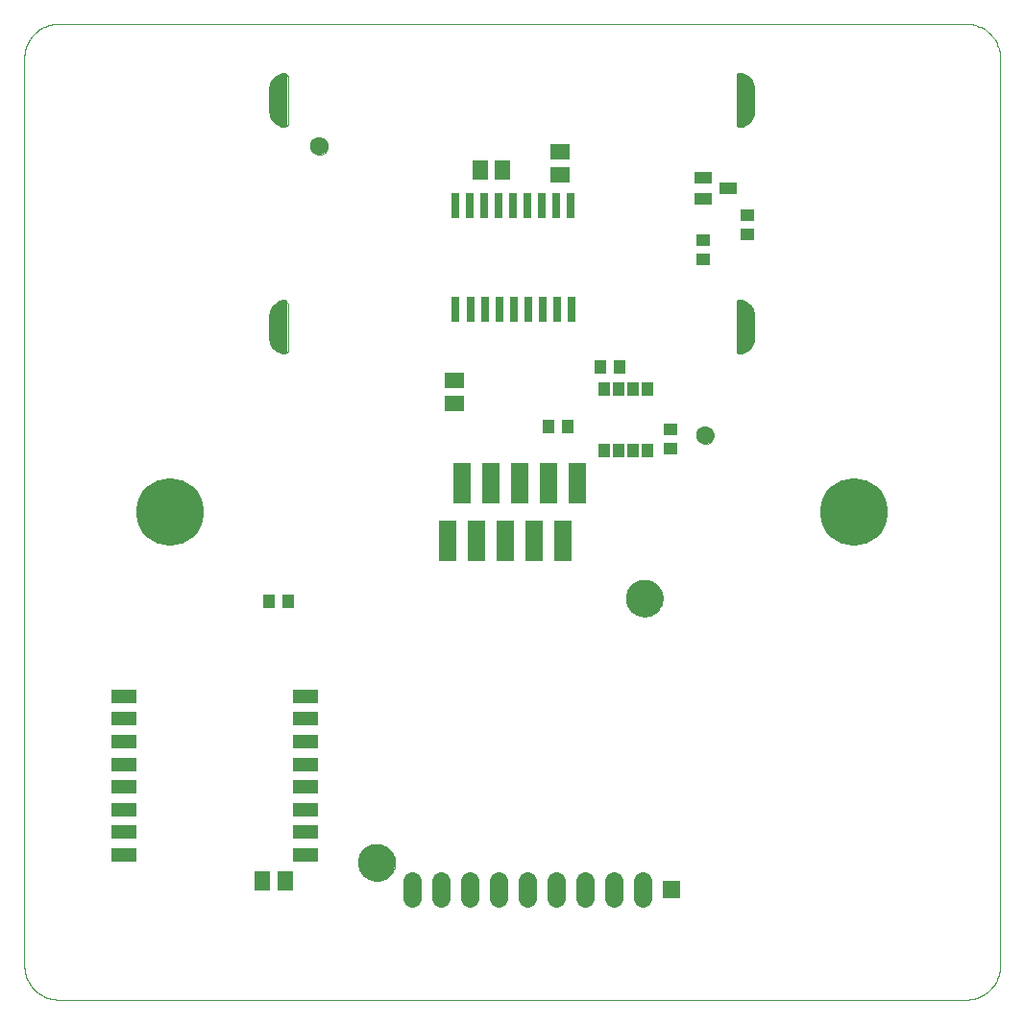
<source format=gbs>
G75*
%MOIN*%
%OFA0B0*%
%FSLAX24Y24*%
%IPPOS*%
%LPD*%
%AMOC8*
5,1,8,0,0,1.08239X$1,22.5*
%
%ADD10C,0.0000*%
%ADD11C,0.0120*%
%ADD12R,0.0900X0.0460*%
%ADD13C,0.0631*%
%ADD14R,0.0552X0.0670*%
%ADD15R,0.0670X0.0552*%
%ADD16R,0.0473X0.0434*%
%ADD17C,0.2340*%
%ADD18R,0.0591X0.0434*%
%ADD19R,0.0276X0.0906*%
%ADD20C,0.1300*%
%ADD21R,0.0634X0.0634*%
%ADD22C,0.0634*%
%ADD23R,0.0434X0.0473*%
%ADD24R,0.0631X0.1449*%
%ADD25R,0.0400X0.0490*%
D10*
X000554Y001735D02*
X000554Y033231D01*
X000556Y033297D01*
X000561Y033363D01*
X000571Y033429D01*
X000584Y033494D01*
X000600Y033558D01*
X000620Y033621D01*
X000644Y033683D01*
X000671Y033743D01*
X000701Y033802D01*
X000735Y033859D01*
X000772Y033914D01*
X000812Y033967D01*
X000854Y034018D01*
X000900Y034066D01*
X000948Y034112D01*
X000999Y034154D01*
X001052Y034194D01*
X001107Y034231D01*
X001164Y034265D01*
X001223Y034295D01*
X001283Y034322D01*
X001345Y034346D01*
X001408Y034366D01*
X001472Y034382D01*
X001537Y034395D01*
X001603Y034405D01*
X001669Y034410D01*
X001735Y034412D01*
X033231Y034412D01*
X033297Y034410D01*
X033363Y034405D01*
X033429Y034395D01*
X033494Y034382D01*
X033558Y034366D01*
X033621Y034346D01*
X033683Y034322D01*
X033743Y034295D01*
X033802Y034265D01*
X033859Y034231D01*
X033914Y034194D01*
X033967Y034154D01*
X034018Y034112D01*
X034066Y034066D01*
X034112Y034018D01*
X034154Y033967D01*
X034194Y033914D01*
X034231Y033859D01*
X034265Y033802D01*
X034295Y033743D01*
X034322Y033683D01*
X034346Y033621D01*
X034366Y033558D01*
X034382Y033494D01*
X034395Y033429D01*
X034405Y033363D01*
X034410Y033297D01*
X034412Y033231D01*
X034412Y001735D01*
X034410Y001669D01*
X034405Y001603D01*
X034395Y001537D01*
X034382Y001472D01*
X034366Y001408D01*
X034346Y001345D01*
X034322Y001283D01*
X034295Y001223D01*
X034265Y001164D01*
X034231Y001107D01*
X034194Y001052D01*
X034154Y000999D01*
X034112Y000948D01*
X034066Y000900D01*
X034018Y000854D01*
X033967Y000812D01*
X033914Y000772D01*
X033859Y000735D01*
X033802Y000701D01*
X033743Y000671D01*
X033683Y000644D01*
X033621Y000620D01*
X033558Y000600D01*
X033494Y000584D01*
X033429Y000571D01*
X033363Y000561D01*
X033297Y000556D01*
X033231Y000554D01*
X001735Y000554D01*
X001669Y000556D01*
X001603Y000561D01*
X001537Y000571D01*
X001472Y000584D01*
X001408Y000600D01*
X001345Y000620D01*
X001283Y000644D01*
X001223Y000671D01*
X001164Y000701D01*
X001107Y000735D01*
X001052Y000772D01*
X000999Y000812D01*
X000948Y000854D01*
X000900Y000900D01*
X000854Y000948D01*
X000812Y000999D01*
X000772Y001052D01*
X000735Y001107D01*
X000701Y001164D01*
X000671Y001223D01*
X000644Y001283D01*
X000620Y001345D01*
X000600Y001408D01*
X000584Y001472D01*
X000571Y001537D01*
X000561Y001603D01*
X000556Y001669D01*
X000554Y001735D01*
X012156Y005310D02*
X012158Y005360D01*
X012164Y005410D01*
X012174Y005459D01*
X012188Y005507D01*
X012205Y005554D01*
X012226Y005599D01*
X012251Y005643D01*
X012279Y005684D01*
X012311Y005723D01*
X012345Y005760D01*
X012382Y005794D01*
X012422Y005824D01*
X012464Y005851D01*
X012508Y005875D01*
X012554Y005896D01*
X012601Y005912D01*
X012649Y005925D01*
X012699Y005934D01*
X012748Y005939D01*
X012799Y005940D01*
X012849Y005937D01*
X012898Y005930D01*
X012947Y005919D01*
X012995Y005904D01*
X013041Y005886D01*
X013086Y005864D01*
X013129Y005838D01*
X013170Y005809D01*
X013209Y005777D01*
X013245Y005742D01*
X013277Y005704D01*
X013307Y005664D01*
X013334Y005621D01*
X013357Y005577D01*
X013376Y005531D01*
X013392Y005483D01*
X013404Y005434D01*
X013412Y005385D01*
X013416Y005335D01*
X013416Y005285D01*
X013412Y005235D01*
X013404Y005186D01*
X013392Y005137D01*
X013376Y005089D01*
X013357Y005043D01*
X013334Y004999D01*
X013307Y004956D01*
X013277Y004916D01*
X013245Y004878D01*
X013209Y004843D01*
X013170Y004811D01*
X013129Y004782D01*
X013086Y004756D01*
X013041Y004734D01*
X012995Y004716D01*
X012947Y004701D01*
X012898Y004690D01*
X012849Y004683D01*
X012799Y004680D01*
X012748Y004681D01*
X012699Y004686D01*
X012649Y004695D01*
X012601Y004708D01*
X012554Y004724D01*
X012508Y004745D01*
X012464Y004769D01*
X012422Y004796D01*
X012382Y004826D01*
X012345Y004860D01*
X012311Y004897D01*
X012279Y004936D01*
X012251Y004977D01*
X012226Y005021D01*
X012205Y005066D01*
X012188Y005113D01*
X012174Y005161D01*
X012164Y005210D01*
X012158Y005260D01*
X012156Y005310D01*
X021439Y014483D02*
X021441Y014533D01*
X021447Y014583D01*
X021457Y014632D01*
X021471Y014680D01*
X021488Y014727D01*
X021509Y014772D01*
X021534Y014816D01*
X021562Y014857D01*
X021594Y014896D01*
X021628Y014933D01*
X021665Y014967D01*
X021705Y014997D01*
X021747Y015024D01*
X021791Y015048D01*
X021837Y015069D01*
X021884Y015085D01*
X021932Y015098D01*
X021982Y015107D01*
X022031Y015112D01*
X022082Y015113D01*
X022132Y015110D01*
X022181Y015103D01*
X022230Y015092D01*
X022278Y015077D01*
X022324Y015059D01*
X022369Y015037D01*
X022412Y015011D01*
X022453Y014982D01*
X022492Y014950D01*
X022528Y014915D01*
X022560Y014877D01*
X022590Y014837D01*
X022617Y014794D01*
X022640Y014750D01*
X022659Y014704D01*
X022675Y014656D01*
X022687Y014607D01*
X022695Y014558D01*
X022699Y014508D01*
X022699Y014458D01*
X022695Y014408D01*
X022687Y014359D01*
X022675Y014310D01*
X022659Y014262D01*
X022640Y014216D01*
X022617Y014172D01*
X022590Y014129D01*
X022560Y014089D01*
X022528Y014051D01*
X022492Y014016D01*
X022453Y013984D01*
X022412Y013955D01*
X022369Y013929D01*
X022324Y013907D01*
X022278Y013889D01*
X022230Y013874D01*
X022181Y013863D01*
X022132Y013856D01*
X022082Y013853D01*
X022031Y013854D01*
X021982Y013859D01*
X021932Y013868D01*
X021884Y013881D01*
X021837Y013897D01*
X021791Y013918D01*
X021747Y013942D01*
X021705Y013969D01*
X021665Y013999D01*
X021628Y014033D01*
X021594Y014070D01*
X021562Y014109D01*
X021534Y014150D01*
X021509Y014194D01*
X021488Y014239D01*
X021471Y014286D01*
X021457Y014334D01*
X021447Y014383D01*
X021441Y014433D01*
X021439Y014483D01*
X023881Y020132D02*
X023883Y020166D01*
X023889Y020200D01*
X023899Y020233D01*
X023912Y020264D01*
X023930Y020294D01*
X023950Y020322D01*
X023974Y020347D01*
X024000Y020369D01*
X024028Y020387D01*
X024059Y020403D01*
X024091Y020415D01*
X024125Y020423D01*
X024159Y020427D01*
X024193Y020427D01*
X024227Y020423D01*
X024261Y020415D01*
X024293Y020403D01*
X024323Y020387D01*
X024352Y020369D01*
X024378Y020347D01*
X024402Y020322D01*
X024422Y020294D01*
X024440Y020264D01*
X024453Y020233D01*
X024463Y020200D01*
X024469Y020166D01*
X024471Y020132D01*
X024469Y020098D01*
X024463Y020064D01*
X024453Y020031D01*
X024440Y020000D01*
X024422Y019970D01*
X024402Y019942D01*
X024378Y019917D01*
X024352Y019895D01*
X024324Y019877D01*
X024293Y019861D01*
X024261Y019849D01*
X024227Y019841D01*
X024193Y019837D01*
X024159Y019837D01*
X024125Y019841D01*
X024091Y019849D01*
X024059Y019861D01*
X024028Y019877D01*
X024000Y019895D01*
X023974Y019917D01*
X023950Y019942D01*
X023930Y019970D01*
X023912Y020000D01*
X023899Y020031D01*
X023889Y020064D01*
X023883Y020098D01*
X023881Y020132D01*
X025258Y023093D02*
X025258Y024668D01*
X025259Y024668D02*
X025260Y024685D01*
X025265Y024702D01*
X025272Y024717D01*
X025282Y024731D01*
X025294Y024743D01*
X025308Y024753D01*
X025323Y024760D01*
X025340Y024765D01*
X025357Y024766D01*
X025374Y024765D01*
X025391Y024760D01*
X025406Y024753D01*
X025420Y024743D01*
X025432Y024731D01*
X025442Y024717D01*
X025449Y024702D01*
X025454Y024685D01*
X025455Y024668D01*
X025455Y023093D01*
X025454Y023076D01*
X025449Y023059D01*
X025442Y023044D01*
X025432Y023030D01*
X025420Y023018D01*
X025406Y023008D01*
X025391Y023001D01*
X025374Y022996D01*
X025357Y022995D01*
X025340Y022996D01*
X025323Y023001D01*
X025308Y023008D01*
X025294Y023018D01*
X025282Y023030D01*
X025272Y023044D01*
X025265Y023059D01*
X025260Y023076D01*
X025259Y023093D01*
X025258Y030967D02*
X025258Y032542D01*
X025259Y032542D02*
X025260Y032559D01*
X025265Y032576D01*
X025272Y032591D01*
X025282Y032605D01*
X025294Y032617D01*
X025308Y032627D01*
X025323Y032634D01*
X025340Y032639D01*
X025357Y032640D01*
X025374Y032639D01*
X025391Y032634D01*
X025406Y032627D01*
X025420Y032617D01*
X025432Y032605D01*
X025442Y032591D01*
X025449Y032576D01*
X025454Y032559D01*
X025455Y032542D01*
X025455Y030967D01*
X025454Y030950D01*
X025449Y030933D01*
X025442Y030918D01*
X025432Y030904D01*
X025420Y030892D01*
X025406Y030882D01*
X025391Y030875D01*
X025374Y030870D01*
X025357Y030869D01*
X025340Y030870D01*
X025323Y030875D01*
X025308Y030882D01*
X025294Y030892D01*
X025282Y030904D01*
X025272Y030918D01*
X025265Y030933D01*
X025260Y030950D01*
X025259Y030967D01*
X010495Y030172D02*
X010497Y030206D01*
X010503Y030240D01*
X010513Y030273D01*
X010526Y030304D01*
X010544Y030334D01*
X010564Y030362D01*
X010588Y030387D01*
X010614Y030409D01*
X010642Y030427D01*
X010673Y030443D01*
X010705Y030455D01*
X010739Y030463D01*
X010773Y030467D01*
X010807Y030467D01*
X010841Y030463D01*
X010875Y030455D01*
X010907Y030443D01*
X010937Y030427D01*
X010966Y030409D01*
X010992Y030387D01*
X011016Y030362D01*
X011036Y030334D01*
X011054Y030304D01*
X011067Y030273D01*
X011077Y030240D01*
X011083Y030206D01*
X011085Y030172D01*
X011083Y030138D01*
X011077Y030104D01*
X011067Y030071D01*
X011054Y030040D01*
X011036Y030010D01*
X011016Y029982D01*
X010992Y029957D01*
X010966Y029935D01*
X010938Y029917D01*
X010907Y029901D01*
X010875Y029889D01*
X010841Y029881D01*
X010807Y029877D01*
X010773Y029877D01*
X010739Y029881D01*
X010705Y029889D01*
X010673Y029901D01*
X010642Y029917D01*
X010614Y029935D01*
X010588Y029957D01*
X010564Y029982D01*
X010544Y030010D01*
X010526Y030040D01*
X010513Y030071D01*
X010503Y030104D01*
X010497Y030138D01*
X010495Y030172D01*
X009707Y030967D02*
X009707Y032542D01*
X009609Y032640D02*
X009592Y032639D01*
X009575Y032634D01*
X009560Y032627D01*
X009546Y032617D01*
X009534Y032605D01*
X009524Y032591D01*
X009517Y032576D01*
X009512Y032559D01*
X009511Y032542D01*
X009510Y032542D02*
X009510Y030967D01*
X009609Y030869D02*
X009626Y030870D01*
X009643Y030875D01*
X009658Y030882D01*
X009672Y030892D01*
X009684Y030904D01*
X009694Y030918D01*
X009701Y030933D01*
X009706Y030950D01*
X009707Y030967D01*
X009609Y030869D02*
X009592Y030870D01*
X009575Y030875D01*
X009560Y030882D01*
X009546Y030892D01*
X009534Y030904D01*
X009524Y030918D01*
X009517Y030933D01*
X009512Y030950D01*
X009511Y030967D01*
X009707Y032542D02*
X009706Y032559D01*
X009701Y032576D01*
X009694Y032591D01*
X009684Y032605D01*
X009672Y032617D01*
X009658Y032627D01*
X009643Y032634D01*
X009626Y032639D01*
X009609Y032640D01*
X009609Y024766D02*
X009592Y024765D01*
X009575Y024760D01*
X009560Y024753D01*
X009546Y024743D01*
X009534Y024731D01*
X009524Y024717D01*
X009517Y024702D01*
X009512Y024685D01*
X009511Y024668D01*
X009510Y024668D02*
X009510Y023093D01*
X009609Y022995D02*
X009626Y022996D01*
X009643Y023001D01*
X009658Y023008D01*
X009672Y023018D01*
X009684Y023030D01*
X009694Y023044D01*
X009701Y023059D01*
X009706Y023076D01*
X009707Y023093D01*
X009707Y024668D01*
X009706Y024685D01*
X009701Y024702D01*
X009694Y024717D01*
X009684Y024731D01*
X009672Y024743D01*
X009658Y024753D01*
X009643Y024760D01*
X009626Y024765D01*
X009609Y024766D01*
X009511Y023093D02*
X009512Y023076D01*
X009517Y023059D01*
X009524Y023044D01*
X009534Y023030D01*
X009546Y023018D01*
X009560Y023008D01*
X009575Y023001D01*
X009592Y022996D01*
X009609Y022995D01*
D11*
X009609Y024766D01*
X009523Y024759D01*
X009441Y024737D01*
X009363Y024700D01*
X009292Y024651D01*
X009232Y024591D01*
X009183Y024520D01*
X009146Y024442D01*
X009124Y024360D01*
X009117Y024274D01*
X009117Y023487D01*
X009124Y023401D01*
X009146Y023318D01*
X009183Y023241D01*
X009232Y023170D01*
X009292Y023110D01*
X009363Y023061D01*
X009441Y023024D01*
X009523Y023002D01*
X009609Y022995D01*
X009609Y023069D02*
X009351Y023069D01*
X009220Y023187D02*
X009609Y023187D01*
X009609Y023306D02*
X009152Y023306D01*
X009122Y023424D02*
X009609Y023424D01*
X009609Y023543D02*
X009117Y023543D01*
X009117Y023661D02*
X009609Y023661D01*
X009609Y023780D02*
X009117Y023780D01*
X009117Y023898D02*
X009609Y023898D01*
X009609Y024017D02*
X009117Y024017D01*
X009117Y024135D02*
X009609Y024135D01*
X009609Y024254D02*
X009117Y024254D01*
X009128Y024372D02*
X009609Y024372D01*
X009609Y024491D02*
X009169Y024491D01*
X009251Y024609D02*
X009609Y024609D01*
X009609Y024728D02*
X009421Y024728D01*
X009609Y030869D02*
X009609Y032640D01*
X009523Y032633D01*
X009441Y032611D01*
X009363Y032574D01*
X009292Y032525D01*
X009232Y032465D01*
X009183Y032394D01*
X009146Y032317D01*
X009124Y032234D01*
X009117Y032148D01*
X009117Y031361D01*
X009124Y031275D01*
X009146Y031192D01*
X009183Y031115D01*
X009232Y031044D01*
X009292Y030984D01*
X009363Y030935D01*
X009441Y030898D01*
X009523Y030876D01*
X009609Y030869D01*
X009609Y030890D02*
X009473Y030890D01*
X009609Y031008D02*
X009268Y031008D01*
X009177Y031127D02*
X009609Y031127D01*
X009609Y031245D02*
X009132Y031245D01*
X009117Y031364D02*
X009609Y031364D01*
X009609Y031482D02*
X009117Y031482D01*
X009117Y031601D02*
X009609Y031601D01*
X009609Y031719D02*
X009117Y031719D01*
X009117Y031838D02*
X009609Y031838D01*
X009609Y031956D02*
X009117Y031956D01*
X009117Y032075D02*
X009609Y032075D01*
X009609Y032193D02*
X009121Y032193D01*
X009145Y032312D02*
X009609Y032312D01*
X009609Y032430D02*
X009208Y032430D01*
X009326Y032549D02*
X009609Y032549D01*
X025357Y032549D02*
X025639Y032549D01*
X025673Y032525D02*
X025734Y032465D01*
X025783Y032394D01*
X025819Y032317D01*
X025841Y032234D01*
X025849Y032148D01*
X025849Y031361D01*
X025841Y031275D01*
X025819Y031192D01*
X025783Y031115D01*
X025734Y031044D01*
X025673Y030984D01*
X025603Y030935D01*
X025525Y030898D01*
X025442Y030876D01*
X025357Y030869D01*
X025357Y032640D01*
X025442Y032633D01*
X025525Y032611D01*
X025603Y032574D01*
X025673Y032525D01*
X025758Y032430D02*
X025357Y032430D01*
X025357Y032312D02*
X025821Y032312D01*
X025845Y032193D02*
X025357Y032193D01*
X025357Y032075D02*
X025849Y032075D01*
X025849Y031956D02*
X025357Y031956D01*
X025357Y031838D02*
X025849Y031838D01*
X025849Y031719D02*
X025357Y031719D01*
X025357Y031601D02*
X025849Y031601D01*
X025849Y031482D02*
X025357Y031482D01*
X025357Y031364D02*
X025849Y031364D01*
X025833Y031245D02*
X025357Y031245D01*
X025357Y031127D02*
X025789Y031127D01*
X025698Y031008D02*
X025357Y031008D01*
X025357Y030890D02*
X025493Y030890D01*
X025357Y024766D02*
X025357Y022995D01*
X025442Y023002D01*
X025525Y023024D01*
X025603Y023061D01*
X025673Y023110D01*
X025734Y023170D01*
X025783Y023241D01*
X025819Y023318D01*
X025841Y023401D01*
X025849Y023487D01*
X025849Y024274D01*
X025841Y024360D01*
X025819Y024442D01*
X025783Y024520D01*
X025734Y024591D01*
X025673Y024651D01*
X025603Y024700D01*
X025525Y024737D01*
X025442Y024759D01*
X025357Y024766D01*
X025357Y024728D02*
X025544Y024728D01*
X025715Y024609D02*
X025357Y024609D01*
X025357Y024491D02*
X025797Y024491D01*
X025838Y024372D02*
X025357Y024372D01*
X025357Y024254D02*
X025849Y024254D01*
X025849Y024135D02*
X025357Y024135D01*
X025357Y024017D02*
X025849Y024017D01*
X025849Y023898D02*
X025357Y023898D01*
X025357Y023780D02*
X025849Y023780D01*
X025849Y023661D02*
X025357Y023661D01*
X025357Y023543D02*
X025849Y023543D01*
X025844Y023424D02*
X025357Y023424D01*
X025357Y023306D02*
X025813Y023306D01*
X025746Y023187D02*
X025357Y023187D01*
X025357Y023069D02*
X025615Y023069D01*
D12*
X010298Y011085D03*
X010298Y010298D03*
X010298Y009510D03*
X010298Y008723D03*
X010298Y007936D03*
X010298Y007148D03*
X010298Y006361D03*
X010298Y005573D03*
X003999Y005573D03*
X003999Y006361D03*
X003999Y007148D03*
X003999Y007936D03*
X003999Y008723D03*
X003999Y009510D03*
X003999Y010298D03*
X003999Y011085D03*
D13*
X010790Y030172D03*
X024176Y020132D03*
D14*
X017147Y029342D03*
X016360Y029342D03*
X009609Y004688D03*
X008821Y004688D03*
D15*
X015489Y021257D03*
X015489Y022044D03*
X019146Y029186D03*
X019146Y029973D03*
D16*
X024117Y026898D03*
X024117Y026229D03*
X025627Y027097D03*
X025627Y027766D03*
X022964Y020340D03*
X022964Y019671D03*
D17*
X029353Y017483D03*
X005613Y017483D03*
D18*
X024112Y028331D03*
X024112Y029079D03*
X024978Y028705D03*
D19*
X019519Y028118D03*
X019019Y028118D03*
X018519Y028118D03*
X018019Y028118D03*
X017519Y028118D03*
X017019Y028118D03*
X016519Y028118D03*
X016019Y028118D03*
X015519Y028118D03*
X015519Y024496D03*
X016031Y024496D03*
X016543Y024496D03*
X017043Y024496D03*
X017543Y024496D03*
X018043Y024496D03*
X018543Y024496D03*
X019043Y024496D03*
X019543Y024496D03*
D20*
X022069Y014483D03*
X012786Y005310D03*
D21*
X022995Y004384D03*
D22*
X021995Y004088D02*
X021995Y004681D01*
X020995Y004681D02*
X020995Y004088D01*
X019995Y004088D02*
X019995Y004681D01*
X018995Y004681D02*
X018995Y004088D01*
X017995Y004088D02*
X017995Y004681D01*
X016995Y004681D02*
X016995Y004088D01*
X015995Y004088D02*
X015995Y004681D01*
X014995Y004681D02*
X014995Y004088D01*
X013995Y004088D02*
X013995Y004681D01*
D23*
X009699Y014378D03*
X009030Y014378D03*
X018751Y020448D03*
X019420Y020448D03*
X020532Y022491D03*
X021201Y022491D03*
D24*
X019733Y018483D03*
X018733Y018483D03*
X017733Y018483D03*
X016733Y018483D03*
X015733Y018483D03*
X016233Y016483D03*
X017233Y016483D03*
X018233Y016483D03*
X019233Y016483D03*
X015233Y016483D03*
D25*
X020679Y019604D03*
X021179Y019604D03*
X021679Y019604D03*
X022179Y019604D03*
X022179Y021754D03*
X021679Y021754D03*
X021179Y021754D03*
X020679Y021754D03*
M02*

</source>
